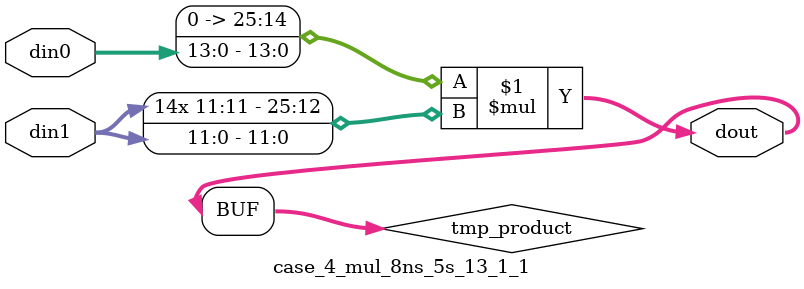
<source format=v>

`timescale 1 ns / 1 ps

 (* use_dsp = "no" *)  module case_4_mul_8ns_5s_13_1_1(din0, din1, dout);
parameter ID = 1;
parameter NUM_STAGE = 0;
parameter din0_WIDTH = 14;
parameter din1_WIDTH = 12;
parameter dout_WIDTH = 26;

input [din0_WIDTH - 1 : 0] din0; 
input [din1_WIDTH - 1 : 0] din1; 
output [dout_WIDTH - 1 : 0] dout;

wire signed [dout_WIDTH - 1 : 0] tmp_product;

























assign tmp_product = $signed({1'b0, din0}) * $signed(din1);










assign dout = tmp_product;





















endmodule

</source>
